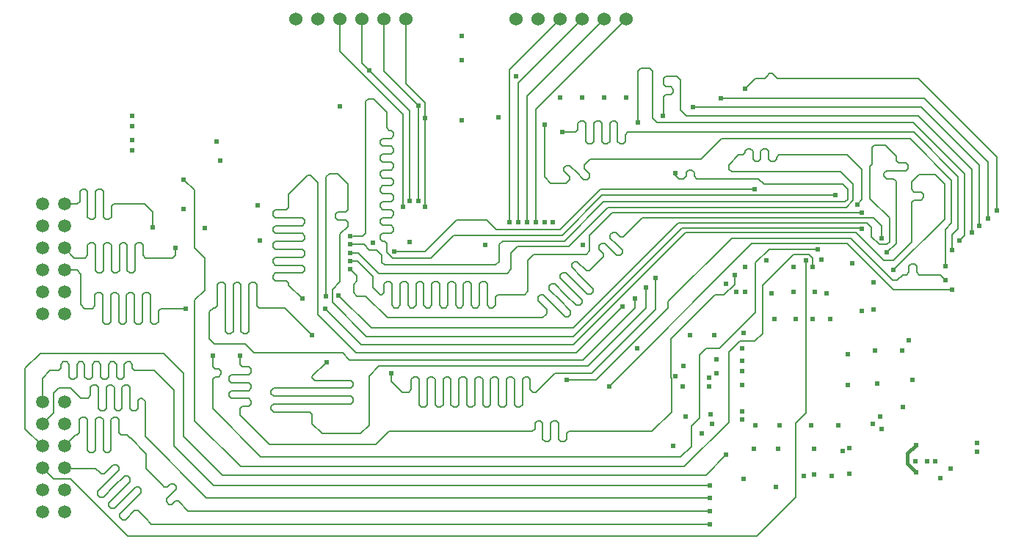
<source format=gtl>
G04 Layer_Physical_Order=1*
G04 Layer_Color=255*
%FSLAX24Y24*%
%MOIN*%
G70*
G01*
G75*
%ADD10C,0.0060*%
%ADD11C,0.0150*%
%ADD12C,0.0591*%
%ADD13C,0.0600*%
%ADD14C,0.0240*%
D10*
X15000Y24550D02*
X17860Y21690D01*
X17860Y17485D02*
X17860Y21690D01*
X18160Y17735D02*
X18160Y21850D01*
X16000Y24010D02*
X18160Y21850D01*
X18574Y17735D02*
X18574Y22073D01*
X17000Y23647D02*
X18574Y22073D01*
X17000Y23647D02*
X17000Y26000D01*
X18000Y23090D02*
X18874Y22216D01*
X18874Y17485D02*
X18874Y22216D01*
X34210Y11720D02*
X34210Y13920D01*
X33850Y11360D02*
X34210Y11720D01*
X33160Y11360D02*
X33850Y11360D01*
X32670Y10870D02*
X33160Y11360D01*
X31626Y5276D02*
X32550Y6200D01*
X9684Y5276D02*
X31626Y5276D01*
X38670Y16520D02*
X38700Y16490D01*
X38040Y15800D02*
X40140Y13700D01*
X42800Y13700D01*
X34210Y13920D02*
X35610Y15320D01*
X36320Y15320D02*
X36487Y15153D01*
X35610Y15320D02*
X36320Y15320D01*
X36487Y14724D02*
X36487Y15153D01*
X33930Y2500D02*
X35700Y4270D01*
X1500Y5600D02*
X2000Y5100D01*
X2500Y5600D02*
X2510Y5590D01*
X35700Y4270D02*
X35700Y7638D01*
X36172Y8110D01*
X36172Y15039D01*
X16000Y24010D02*
X16000Y26000D01*
X18000Y23090D02*
X18000Y26000D01*
X15000Y24550D02*
X15000Y26000D01*
X26850Y26000D02*
X27000Y26000D01*
X23898Y21898D02*
X28000Y26000D01*
X23505Y22505D02*
X27000Y26000D01*
X23111Y23111D02*
X26000Y26000D01*
X710Y7390D02*
X1500Y6600D01*
X32450Y13460D02*
X32940Y13950D01*
X32940Y14380D01*
X30055Y11485D02*
X32030Y13460D01*
X32450Y13460D01*
X33720Y15800D02*
X38040Y15800D01*
X21670Y16880D02*
X22110Y16440D01*
X32670Y7680D02*
X32670Y10870D01*
X30650Y5660D02*
X32670Y7680D01*
X10490Y5660D02*
X30650Y5660D01*
X22110Y16440D02*
X25000Y16440D01*
X26830Y18270D01*
X33830Y18270D01*
X12680Y13920D02*
X13300Y13300D01*
X12680Y13920D02*
X12680Y13992D01*
X12572Y14100D02*
X12680Y13992D01*
X12067Y14100D02*
X12572Y14100D01*
X11959Y14208D02*
X12067Y14100D01*
X11959Y14208D02*
X11959Y14352D01*
X12067Y14460D01*
X12680Y14460D01*
X13293Y14460D01*
X13401Y14568D01*
X13401Y14712D01*
X13293Y14820D02*
X13401Y14712D01*
X12680Y14820D02*
X13293Y14820D01*
X12067Y14820D02*
X12680Y14820D01*
X11959Y14928D02*
X12067Y14820D01*
X11959Y14928D02*
X11959Y15072D01*
X12067Y15180D01*
X12680Y15180D01*
X13293Y15180D01*
X13401Y15288D01*
X13401Y15432D01*
X13293Y15540D02*
X13401Y15432D01*
X12680Y15540D02*
X13293Y15540D01*
X12067Y15540D02*
X12680Y15540D01*
X11959Y15648D02*
X12067Y15540D01*
X11959Y15648D02*
X11959Y15792D01*
X12067Y15900D01*
X12680Y15900D01*
X13293Y15900D01*
X13401Y16008D01*
X13401Y16152D01*
X13293Y16260D02*
X13401Y16152D01*
X12680Y16260D02*
X13293Y16260D01*
X12067Y16260D02*
X12680Y16260D01*
X11959Y16368D02*
X12067Y16260D01*
X11959Y16368D02*
X11959Y16512D01*
X12067Y16620D01*
X12680Y16620D01*
X13293Y16620D01*
X13401Y16728D01*
X13401Y16872D01*
X13293Y16980D02*
X13401Y16872D01*
X12680Y16980D02*
X13293Y16980D01*
X12067Y16980D02*
X12680Y16980D01*
X11959Y17088D02*
X12067Y16980D01*
X11959Y17088D02*
X11959Y17232D01*
X12067Y17340D01*
X12572Y17340D01*
X12680Y17448D01*
X12680Y17840D01*
X12680Y18050D01*
X13530Y18900D01*
X13680Y18900D01*
X15750Y10850D02*
X25750Y10850D01*
X27850Y12950D01*
X13680Y18900D02*
X14010Y18570D01*
X30055Y9697D02*
X30060Y9692D01*
X30055Y9697D02*
X30055Y11485D01*
X17481Y15448D02*
X18888Y15448D01*
X20320Y16880D01*
X21670Y16880D01*
X19140Y15140D02*
X20170Y16170D01*
X17400Y15140D02*
X19140Y15140D01*
X17140Y15400D02*
X17400Y15140D01*
X17140Y15730D02*
X17140Y15802D01*
X17032Y15910D02*
X17140Y15802D01*
X16949Y15910D02*
X17032Y15910D01*
X16841Y16018D02*
X16949Y15910D01*
X16841Y16018D02*
X16841Y16162D01*
X16949Y16270D01*
X17140Y16270D01*
X17331Y16270D01*
X17439Y16378D01*
X17439Y16522D01*
X17331Y16630D02*
X17439Y16522D01*
X17140Y16630D02*
X17331Y16630D01*
X16949Y16630D02*
X17140Y16630D01*
X16841Y16738D02*
X16949Y16630D01*
X16841Y16738D02*
X16841Y16882D01*
X16949Y16990D01*
X17140Y16990D01*
X17331Y16990D01*
X17439Y17098D01*
X17439Y17242D01*
X17331Y17350D02*
X17439Y17242D01*
X17140Y17350D02*
X17331Y17350D01*
X16949Y17350D02*
X17140Y17350D01*
X16841Y17458D02*
X16949Y17350D01*
X16841Y17458D02*
X16841Y17602D01*
X16949Y17710D01*
X17140Y17710D01*
X17331Y17710D01*
X17439Y17818D01*
X17439Y17962D01*
X17331Y18070D02*
X17439Y17962D01*
X17140Y18070D02*
X17331Y18070D01*
X16949Y18070D02*
X17140Y18070D01*
X16841Y18178D02*
X16949Y18070D01*
X16841Y18178D02*
X16841Y18322D01*
X16949Y18430D01*
X17140Y18430D01*
X17331Y18430D01*
X17439Y18538D01*
X17439Y18682D01*
X17331Y18790D02*
X17439Y18682D01*
X17140Y18790D02*
X17331Y18790D01*
X16949Y18790D02*
X17140Y18790D01*
X16841Y18898D02*
X16949Y18790D01*
X16841Y18898D02*
X16841Y19042D01*
X16949Y19150D01*
X17140Y19150D01*
X17331Y19150D01*
X17439Y19258D01*
X17439Y19402D01*
X17331Y19510D02*
X17439Y19402D01*
X17140Y19510D02*
X17331Y19510D01*
X16949Y19510D02*
X17140Y19510D01*
X16841Y19618D02*
X16949Y19510D01*
X16841Y19618D02*
X16841Y19762D01*
X16949Y19870D01*
X17140Y19870D01*
X17331Y19870D01*
X17439Y19978D01*
X17439Y20122D01*
X17331Y20230D02*
X17439Y20122D01*
X17140Y20230D02*
X17331Y20230D01*
X16949Y20230D02*
X17140Y20230D01*
X16841Y20338D02*
X16949Y20230D01*
X16841Y20338D02*
X16841Y20482D01*
X16949Y20590D01*
X17140Y20590D01*
X17331Y20590D01*
X17439Y20698D01*
X17439Y20842D01*
X17331Y20950D02*
X17439Y20842D01*
X17248Y20950D02*
X17331Y20950D01*
X17140Y21058D02*
X17248Y20950D01*
X17140Y21058D02*
X17140Y21790D01*
X17140Y15400D02*
X17140Y15730D01*
X16550Y22380D02*
X17140Y21790D01*
X16290Y22380D02*
X16550Y22380D01*
X16170Y22260D02*
X16290Y22380D01*
X16170Y16280D02*
X16170Y22260D01*
X16040Y16150D02*
X16170Y16280D01*
X15600Y16150D02*
X16040Y16150D01*
X20170Y16170D02*
X25090Y16170D01*
X26920Y18000D01*
X37511Y18000D01*
X15840Y15390D02*
X16780Y14450D01*
X22590Y14450D01*
X22780Y14640D01*
X22780Y15360D01*
X23080Y15660D01*
X25390Y15660D01*
X27180Y17450D01*
X37990Y17450D01*
X38300Y17760D01*
X38300Y18510D01*
X32660Y19190D02*
X32660Y19390D01*
X33100Y19830D01*
X33220Y19830D02*
X33292Y19830D01*
X33400Y19938D01*
X33400Y20006D01*
X33508Y20114D01*
X33652Y20114D01*
X33760Y20006D01*
X33760Y19830D02*
X33760Y20006D01*
X33760Y19654D02*
X33760Y19830D01*
X33760Y19654D02*
X33868Y19546D01*
X34012Y19546D01*
X34120Y19654D01*
X34120Y19830D01*
X34120Y20006D01*
X34228Y20114D01*
X34372Y20114D01*
X34480Y20006D01*
X34480Y19830D02*
X34480Y20006D01*
X34480Y19654D02*
X34480Y19830D01*
X34480Y19654D02*
X34588Y19546D01*
X34732Y19546D01*
X34840Y19654D01*
X34840Y19722D01*
X34948Y19830D01*
X37030Y19830D01*
X33100Y19830D02*
X33220Y19830D01*
X37030Y19830D02*
X37480Y19830D01*
X38050Y19830D01*
X38720Y19160D01*
X38720Y17820D02*
X38720Y19160D01*
X38490Y17590D02*
X38720Y17820D01*
X15480Y15390D02*
X15840Y15390D01*
X15480Y15010D02*
X15800Y15010D01*
X16497Y14313D01*
X16497Y13823D02*
X16497Y14313D01*
X16497Y13823D02*
X16840Y13480D01*
X16912Y13480D01*
X17020Y13588D01*
X17020Y13962D01*
X17128Y14070D01*
X17272Y14070D01*
X17380Y13962D01*
X17380Y13480D02*
X17380Y13962D01*
X17380Y12998D02*
X17380Y13480D01*
X17380Y12998D02*
X17488Y12890D01*
X17632Y12890D01*
X17740Y12998D01*
X17740Y13480D01*
X17740Y13962D01*
X17848Y14070D01*
X17992Y14070D01*
X18100Y13962D01*
X18100Y13480D02*
X18100Y13962D01*
X18100Y12998D02*
X18100Y13480D01*
X18100Y12998D02*
X18208Y12890D01*
X18352Y12890D01*
X18460Y12998D01*
X18460Y13480D01*
X18460Y13962D01*
X18568Y14070D01*
X18712Y14070D01*
X18820Y13962D01*
X18820Y13480D02*
X18820Y13962D01*
X18820Y12998D02*
X18820Y13480D01*
X18820Y12998D02*
X18928Y12890D01*
X19072Y12890D01*
X19180Y12998D01*
X19180Y13480D01*
X19180Y13962D01*
X19288Y14070D01*
X19432Y14070D01*
X19540Y13962D01*
X19540Y13480D02*
X19540Y13962D01*
X19540Y12998D02*
X19540Y13480D01*
X19540Y12998D02*
X19648Y12890D01*
X19792Y12890D01*
X19900Y12998D01*
X19900Y13480D01*
X19900Y13962D01*
X20008Y14070D01*
X20152Y14070D01*
X20260Y13962D01*
X20260Y13480D02*
X20260Y13962D01*
X20260Y12998D02*
X20260Y13480D01*
X20260Y12998D02*
X20368Y12890D01*
X20512Y12890D01*
X20620Y12998D01*
X20620Y13480D01*
X20620Y13962D01*
X20728Y14070D01*
X20872Y14070D01*
X20980Y13962D01*
X20980Y13480D02*
X20980Y13962D01*
X20980Y12998D02*
X20980Y13480D01*
X20980Y12998D02*
X21088Y12890D01*
X21232Y12890D01*
X21340Y12998D01*
X21340Y13480D01*
X21340Y13962D01*
X21448Y14070D01*
X21592Y14070D01*
X21700Y13962D01*
X21700Y13480D02*
X21700Y13962D01*
X21700Y12998D02*
X21700Y13480D01*
X21700Y12998D02*
X21808Y12890D01*
X21952Y12890D01*
X22060Y12998D01*
X22060Y13372D01*
X22168Y13480D01*
X23400Y13480D01*
X23550Y13630D01*
X23550Y15055D01*
X23805Y15310D01*
X26190Y15310D01*
X26350Y15470D01*
X26350Y16170D01*
X27380Y17200D01*
X38700Y17200D01*
X15480Y14630D02*
X15780Y14330D01*
X15780Y14097D02*
X15780Y14330D01*
X15630Y13947D02*
X15780Y14097D01*
X15630Y13570D02*
X15630Y13947D01*
X15630Y13570D02*
X15780Y13420D01*
X16170Y13420D01*
X17160Y12430D01*
X24200Y12430D01*
X24360Y12590D02*
X24411Y12641D01*
X24411Y12794D02*
X24411Y12641D01*
X23998Y13207D02*
X24411Y12794D01*
X23998Y13207D02*
X23998Y13359D01*
X24100Y13461D01*
X24253Y13461D01*
X24742Y12972D01*
X25231Y12483D01*
X25384Y12483D01*
X25486Y12584D01*
X25486Y12737D01*
X24996Y13226D02*
X25486Y12737D01*
X24507Y13716D02*
X24996Y13226D01*
X24507Y13716D02*
X24507Y13868D01*
X24609Y13970D01*
X24762Y13970D01*
X25251Y13481D01*
X25740Y12992D01*
X25893Y12992D01*
X25995Y13093D01*
X25995Y13246D01*
X25506Y13736D02*
X25995Y13246D01*
X25016Y14225D02*
X25506Y13736D01*
X25016Y14225D02*
X25016Y14378D01*
X25118Y14479D01*
X25271Y14479D01*
X25760Y13990D01*
X26249Y13501D01*
X26402Y13501D01*
X26504Y13603D01*
X26504Y13755D01*
X26015Y14245D02*
X26504Y13755D01*
X25525Y14734D02*
X26015Y14245D01*
X25525Y14734D02*
X25525Y14887D01*
X25627Y14989D01*
X25780Y14989D01*
X26193Y14576D01*
X26346Y14576D01*
X26380Y14610D01*
X24200Y12430D02*
X24360Y12590D01*
X26921Y15151D02*
X26972Y15202D01*
X26972Y15355D01*
X26779Y15548D02*
X26972Y15355D01*
X26779Y15548D02*
X26779Y15701D01*
X26881Y15803D01*
X27034Y15803D01*
X27303Y15533D01*
X27573Y15264D01*
X27725Y15264D01*
X27827Y15365D01*
X27827Y15518D01*
X27558Y15788D02*
X27827Y15518D01*
X27288Y16057D02*
X27558Y15788D01*
X27288Y16057D02*
X27288Y16210D01*
X27390Y16312D01*
X27543Y16312D01*
X27736Y16119D01*
X27889Y16119D01*
X28730Y16960D01*
X26380Y14610D02*
X26921Y15151D01*
X28730Y16960D02*
X39240Y16960D01*
X39600Y16600D01*
X39600Y16050D02*
X39600Y16600D01*
X14010Y12590D02*
X14010Y18570D01*
X14010Y12590D02*
X15750Y10850D01*
X39850Y15400D02*
X40260Y15810D01*
X40260Y19582D02*
X40260Y19654D01*
X40260Y19582D02*
X40368Y19474D01*
X40696Y19474D01*
X40804Y19366D01*
X40804Y19222D02*
X40804Y19366D01*
X40696Y19114D02*
X40804Y19222D01*
X40260Y19114D02*
X40696Y19114D01*
X39824Y19114D02*
X40260Y19114D01*
X39716Y19006D02*
X39824Y19114D01*
X39716Y18862D02*
X39716Y19006D01*
X39716Y18862D02*
X39824Y18754D01*
X40152Y18754D01*
X40260Y18646D01*
X40260Y17950D02*
X40260Y18646D01*
X40260Y15810D02*
X40260Y17950D01*
X40260Y19654D02*
X40260Y19790D01*
X39770Y20280D02*
X40260Y19790D01*
X39270Y20280D02*
X39770Y20280D01*
X39170Y20180D02*
X39270Y20280D01*
X39170Y19400D02*
X39170Y20180D01*
X39070Y19300D02*
X39170Y19400D01*
X39070Y17850D02*
X39070Y19300D01*
X39070Y17850D02*
X39960Y16960D01*
X39960Y15890D02*
X39960Y16960D01*
X39830Y15760D02*
X39960Y15890D01*
X39490Y15760D02*
X39830Y15760D01*
X39150Y16100D02*
X39490Y15760D01*
X39150Y16100D02*
X39150Y16550D01*
X38950Y16750D02*
X39150Y16550D01*
X30370Y16750D02*
X38950Y16750D01*
X25590Y11970D02*
X30370Y16750D01*
X16430Y11970D02*
X25590Y11970D01*
X14950Y13450D02*
X16430Y11970D01*
X14350Y12850D02*
X15980Y11220D01*
X25610Y11220D01*
X30690Y16300D01*
X38448Y16300D01*
X39708Y15040D01*
X40130Y15040D01*
X40970Y15880D01*
X40970Y18258D02*
X40970Y18330D01*
X40970Y18258D02*
X41078Y18150D01*
X41397Y18150D01*
X41505Y18042D01*
X41505Y17898D02*
X41505Y18042D01*
X41397Y17790D02*
X41505Y17898D01*
X41078Y17790D02*
X41397Y17790D01*
X40970Y17682D02*
X41078Y17790D01*
X40970Y17150D02*
X40970Y17682D01*
X40970Y15880D02*
X40970Y17150D01*
X40970Y18330D02*
X40970Y18600D01*
X41300Y18930D01*
X42040Y18930D01*
X42470Y18500D01*
X42470Y16918D02*
X42470Y18500D01*
X40150Y14598D02*
X42470Y16918D01*
X29920Y13160D02*
X32810Y16050D01*
X38200Y16050D01*
X40100Y14150D01*
X40320Y14150D01*
X40560Y14390D01*
X40660Y14390D02*
X40732Y14390D01*
X40840Y14498D01*
X40840Y14778D01*
X40948Y14886D01*
X41092Y14886D01*
X41200Y14778D01*
X41200Y14498D02*
X41200Y14778D01*
X41200Y14498D02*
X41308Y14390D01*
X42060Y14390D01*
X40560Y14390D02*
X40660Y14390D01*
X42060Y14390D02*
X42260Y14390D01*
X42500Y14150D01*
X29920Y12890D02*
X29920Y13160D01*
X27240Y9320D02*
X33720Y15800D01*
X26640Y9610D02*
X29920Y12890D01*
X25320Y9610D02*
X26640Y9610D01*
X17350Y9530D02*
X17350Y9900D01*
X17350Y9530D02*
X17830Y9050D01*
X18070Y9050D02*
X18142Y9050D01*
X18250Y9158D01*
X18250Y9625D01*
X18358Y9733D01*
X18502Y9733D01*
X18610Y9625D01*
X18610Y9050D02*
X18610Y9625D01*
X18610Y8475D02*
X18610Y9050D01*
X18610Y8475D02*
X18718Y8367D01*
X18862Y8367D01*
X18970Y8475D01*
X18970Y9050D01*
X18970Y9625D01*
X19078Y9733D01*
X19222Y9733D01*
X19330Y9625D01*
X19330Y9050D02*
X19330Y9625D01*
X19330Y8475D02*
X19330Y9050D01*
X19330Y8475D02*
X19438Y8367D01*
X19582Y8367D01*
X19690Y8475D01*
X19690Y9050D01*
X19690Y9625D01*
X19798Y9733D01*
X19942Y9733D01*
X20050Y9625D01*
X20050Y9050D02*
X20050Y9625D01*
X20050Y8475D02*
X20050Y9050D01*
X20050Y8475D02*
X20158Y8367D01*
X20302Y8367D01*
X20410Y8475D01*
X20410Y9050D01*
X20410Y9625D01*
X20518Y9733D01*
X20662Y9733D01*
X20770Y9625D01*
X20770Y9050D02*
X20770Y9625D01*
X20770Y8475D02*
X20770Y9050D01*
X20770Y8475D02*
X20878Y8367D01*
X21022Y8367D01*
X21130Y8475D01*
X21130Y9050D01*
X21130Y9625D01*
X21238Y9733D01*
X21382Y9733D01*
X21490Y9625D01*
X21490Y9050D02*
X21490Y9625D01*
X21490Y8475D02*
X21490Y9050D01*
X21490Y8475D02*
X21598Y8367D01*
X21742Y8367D01*
X21850Y8475D01*
X21850Y9050D01*
X21850Y9625D01*
X21958Y9733D01*
X22102Y9733D01*
X22210Y9625D01*
X22210Y9050D02*
X22210Y9625D01*
X22210Y8475D02*
X22210Y9050D01*
X22210Y8475D02*
X22318Y8367D01*
X22462Y8367D01*
X22570Y8475D01*
X22570Y9050D01*
X22570Y9625D01*
X22678Y9733D01*
X22822Y9733D01*
X22930Y9625D01*
X22930Y9050D02*
X22930Y9625D01*
X22930Y8475D02*
X22930Y9050D01*
X22930Y8475D02*
X23038Y8367D01*
X23182Y8367D01*
X23290Y8475D01*
X23290Y9050D01*
X23290Y9625D01*
X23398Y9733D01*
X23542Y9733D01*
X23650Y9625D01*
X23650Y9158D02*
X23650Y9625D01*
X23650Y9158D02*
X23758Y9050D01*
X23920Y9050D01*
X17830Y9050D02*
X18070Y9050D01*
X23920Y9050D02*
X24770Y9900D01*
X26450Y9900D01*
X29350Y12800D01*
X29350Y14250D01*
X28900Y12880D02*
X28900Y13800D01*
X26256Y10236D02*
X28900Y12880D01*
X16780Y10236D02*
X26256Y10236D01*
X16330Y9786D02*
X16780Y10236D01*
X16330Y7550D02*
X16330Y9786D01*
X15950Y7170D02*
X16330Y7550D01*
X14200Y7170D02*
X15950Y7170D01*
X13750Y7620D02*
X14200Y7170D01*
X13750Y9698D02*
X13750Y9770D01*
X13750Y9698D02*
X13858Y9590D01*
X15507Y9590D01*
X15615Y9482D01*
X15615Y9338D02*
X15615Y9482D01*
X15507Y9230D02*
X15615Y9338D01*
X13750Y9230D02*
X15507Y9230D01*
X11993Y9230D02*
X13750Y9230D01*
X11885Y9122D02*
X11993Y9230D01*
X11885Y8978D02*
X11885Y9122D01*
X11885Y8978D02*
X11993Y8870D01*
X13750Y8870D01*
X15507Y8870D01*
X15615Y8762D01*
X15615Y8618D02*
X15615Y8762D01*
X15507Y8510D02*
X15615Y8618D01*
X13750Y8510D02*
X15507Y8510D01*
X11993Y8510D02*
X13750Y8510D01*
X11885Y8402D02*
X11993Y8510D01*
X11885Y8258D02*
X11885Y8402D01*
X11885Y8258D02*
X11993Y8150D01*
X13642Y8150D01*
X13750Y8042D01*
X13750Y7990D02*
X13750Y8042D01*
X13750Y7620D02*
X13750Y7990D01*
X13750Y9770D02*
X14395Y10415D01*
X28400Y12880D02*
X28400Y13300D01*
X26040Y10520D02*
X28400Y12880D01*
X15440Y10520D02*
X26040Y10520D01*
X15130Y10830D02*
X15440Y10520D01*
X11100Y10830D02*
X15130Y10830D01*
X10690Y11240D02*
X11100Y10830D01*
X9300Y11240D02*
X10690Y11240D01*
X9080Y11460D02*
X9300Y11240D01*
X9080Y11460D02*
X9080Y12700D01*
X9260Y12880D01*
X9332Y12880D01*
X9440Y12988D01*
X9440Y13937D01*
X9548Y14045D01*
X9692Y14045D01*
X9800Y13937D01*
X9800Y12880D02*
X9800Y13937D01*
X9800Y11823D02*
X9800Y12880D01*
X9800Y11823D02*
X9908Y11715D01*
X10052Y11715D01*
X10160Y11823D01*
X10160Y12880D01*
X10160Y13937D01*
X10268Y14045D01*
X10412Y14045D01*
X10520Y13937D01*
X10520Y12880D02*
X10520Y13937D01*
X10520Y11823D02*
X10520Y12880D01*
X10520Y11823D02*
X10628Y11715D01*
X10772Y11715D01*
X10880Y11823D01*
X10880Y12880D01*
X10880Y13937D01*
X10988Y14045D01*
X11132Y14045D01*
X11240Y13937D01*
X11240Y12988D02*
X11240Y13937D01*
X11240Y12988D02*
X11348Y12880D01*
X12370Y12880D01*
X12510Y12880D01*
X13750Y11640D01*
X34490Y15550D02*
X36696Y15550D01*
X33880Y14940D02*
X34490Y15550D01*
X33880Y12680D02*
X33880Y14940D01*
X32250Y11050D02*
X33880Y12680D01*
X31640Y11050D02*
X32250Y11050D01*
X31330Y10740D02*
X31640Y11050D01*
X31330Y7870D02*
X31330Y10740D01*
X30960Y7500D02*
X31330Y7870D01*
X30960Y6590D02*
X30960Y7500D01*
X30480Y6110D02*
X30960Y6590D01*
X11420Y6110D02*
X30480Y6110D01*
X9230Y8300D02*
X11420Y6110D01*
X9230Y10218D02*
X9230Y10290D01*
X9230Y10218D02*
X9338Y10110D01*
X9514Y10110D01*
X9622Y10002D01*
X9622Y9858D02*
X9622Y10002D01*
X9514Y9750D02*
X9622Y9858D01*
X9338Y9750D02*
X9514Y9750D01*
X9230Y9642D02*
X9338Y9750D01*
X9230Y9010D02*
X9230Y9642D01*
X9230Y8300D02*
X9230Y9010D01*
X9230Y10290D02*
X9230Y10710D01*
X10480Y10308D02*
X10480Y10380D01*
X10480Y10308D02*
X10588Y10200D01*
X10872Y10200D01*
X10980Y10092D01*
X10980Y9948D02*
X10980Y10092D01*
X10872Y9840D02*
X10980Y9948D01*
X10480Y9840D02*
X10872Y9840D01*
X10088Y9840D02*
X10480Y9840D01*
X9980Y9732D02*
X10088Y9840D01*
X9980Y9588D02*
X9980Y9732D01*
X9980Y9588D02*
X10088Y9480D01*
X10480Y9480D01*
X10872Y9480D01*
X10980Y9372D01*
X10980Y9228D02*
X10980Y9372D01*
X10872Y9120D02*
X10980Y9228D01*
X10480Y9120D02*
X10872Y9120D01*
X10088Y9120D02*
X10480Y9120D01*
X9980Y9012D02*
X10088Y9120D01*
X9980Y8868D02*
X9980Y9012D01*
X9980Y8868D02*
X10088Y8760D01*
X10480Y8760D01*
X10872Y8760D01*
X10980Y8652D01*
X10980Y8508D02*
X10980Y8652D01*
X10872Y8400D02*
X10980Y8508D01*
X10588Y8400D02*
X10872Y8400D01*
X10480Y8292D02*
X10588Y8400D01*
X10480Y8120D02*
X10480Y8292D01*
X10480Y10380D02*
X10480Y10710D01*
X10480Y8010D02*
X10480Y8120D01*
X10480Y8010D02*
X11820Y6670D01*
X16650Y6670D01*
X17250Y7270D01*
X23680Y7270D02*
X23752Y7270D01*
X23860Y7378D01*
X23860Y7626D01*
X23968Y7734D01*
X24112Y7734D01*
X24220Y7626D01*
X24220Y7270D02*
X24220Y7626D01*
X24220Y6914D02*
X24220Y7270D01*
X24220Y6914D02*
X24328Y6806D01*
X24472Y6806D01*
X24580Y6914D01*
X24580Y7270D01*
X24580Y7626D01*
X24688Y7734D01*
X24832Y7734D01*
X24940Y7626D01*
X24940Y7270D02*
X24940Y7626D01*
X24940Y6914D02*
X24940Y7270D01*
X24940Y6914D02*
X25048Y6806D01*
X25192Y6806D01*
X25300Y6914D01*
X25300Y7162D01*
X25408Y7270D01*
X29180Y7270D01*
X17250Y7270D02*
X23680Y7270D01*
X29180Y7270D02*
X30060Y8150D01*
X30060Y9692D01*
X37750Y19060D02*
X38300Y18510D01*
X32790Y19060D02*
X37750Y19060D01*
X32660Y19190D02*
X32790Y19060D01*
X30250Y18920D02*
X30250Y19000D01*
X30250Y18920D02*
X30420Y18750D01*
X30550Y18750D02*
X30622Y18750D01*
X30730Y18858D01*
X30730Y19025D01*
X30838Y19133D01*
X30982Y19133D01*
X31090Y19025D01*
X31090Y18858D02*
X31090Y19025D01*
X31090Y18858D02*
X31198Y18750D01*
X32320Y18750D01*
X30420Y18750D02*
X30550Y18750D01*
X32320Y18750D02*
X34010Y18750D01*
X34260Y18500D01*
X36550Y18500D01*
X37850Y18500D01*
X38062Y18288D01*
X38062Y17812D02*
X38062Y18288D01*
X37950Y17700D02*
X38062Y17812D01*
X26980Y17700D02*
X37950Y17700D01*
X25200Y15920D02*
X26980Y17700D01*
X22390Y15920D02*
X25200Y15920D01*
X22240Y15770D02*
X22390Y15920D01*
X22240Y14989D02*
X22240Y15770D01*
X22081Y14830D02*
X22240Y14989D01*
X17040Y14830D02*
X22081Y14830D01*
X16920Y14950D02*
X17040Y14830D01*
X16920Y14950D02*
X16920Y15270D01*
X16670Y15520D02*
X16920Y15270D01*
X16350Y15520D02*
X16670Y15520D01*
X16100Y15770D02*
X16350Y15520D01*
X15480Y15770D02*
X16100Y15770D01*
X23111Y16775D02*
X23111Y23111D01*
X23505Y16775D02*
X23505Y22505D01*
X23898Y16775D02*
X23898Y21898D01*
X22717Y16775D02*
X22717Y23717D01*
X25000Y26000D01*
X24292Y18828D02*
X24292Y21210D01*
X24292Y18828D02*
X24580Y18540D01*
X25270Y18540D01*
X25380Y18650D02*
X25431Y18701D01*
X25431Y18854D02*
X25431Y18701D01*
X25184Y19101D02*
X25431Y18854D01*
X25184Y19101D02*
X25184Y19253D01*
X25286Y19355D01*
X25439Y19355D01*
X25762Y19032D01*
X26085Y18709D01*
X26238Y18709D01*
X26340Y18810D01*
X26340Y18963D01*
X26093Y19210D02*
X26340Y18963D01*
X26093Y19363D02*
X26093Y19210D01*
X26093Y19363D02*
X26365Y19635D01*
X25270Y18540D02*
X25380Y18650D01*
X32330Y20560D02*
X40900Y20560D01*
X42780Y18680D01*
X42780Y16730D02*
X42780Y18680D01*
X42500Y16450D02*
X42780Y16730D01*
X42500Y14780D02*
X42500Y16450D01*
X26365Y19635D02*
X31405Y19635D01*
X32330Y20560D01*
X43150Y15950D02*
X43370Y16170D01*
X43370Y18980D01*
X41045Y21305D02*
X43370Y18980D01*
X29407Y21305D02*
X41045Y21305D01*
X29220Y21492D02*
X29407Y21305D01*
X28545Y21305D02*
X28545Y23632D01*
X28683Y23770D01*
X29080Y23770D01*
X29220Y23630D01*
X29220Y21492D02*
X29220Y23630D01*
X29681Y21601D02*
X29700Y21620D01*
X44050Y16600D02*
X44050Y19370D01*
X41420Y22000D02*
X44050Y19370D01*
X31050Y22000D02*
X41420Y22000D01*
X29700Y23038D02*
X29700Y23110D01*
X29700Y23038D02*
X29808Y22930D01*
X30038Y22930D01*
X30146Y22822D01*
X30146Y22678D02*
X30146Y22822D01*
X30038Y22570D02*
X30146Y22678D01*
X29808Y22570D02*
X30038Y22570D01*
X29700Y22462D02*
X29808Y22570D01*
X29700Y22070D02*
X29700Y22462D01*
X29700Y21620D02*
X29700Y22070D01*
X29700Y23110D02*
X29700Y23310D01*
X29800Y23410D01*
X30310Y23410D01*
X30480Y23240D01*
X30480Y21870D02*
X30480Y23240D01*
X30480Y21870D02*
X30749Y21601D01*
X41279Y21601D01*
X43700Y19180D01*
X43700Y16300D02*
X43700Y19180D01*
X44450Y16950D02*
X44450Y19500D01*
X41550Y22400D02*
X44450Y19500D01*
X32300Y22400D02*
X41550Y22400D01*
X33417Y22830D02*
X33887Y23300D01*
X34220Y23300D02*
X34292Y23300D01*
X34400Y23408D01*
X34400Y23423D01*
X34508Y23531D01*
X34652Y23531D01*
X34760Y23423D01*
X34760Y23408D02*
X34760Y23423D01*
X34760Y23408D02*
X34868Y23300D01*
X35080Y23300D01*
X33887Y23300D02*
X34220Y23300D01*
X35080Y23300D02*
X41280Y23300D01*
X44850Y19730D01*
X44850Y17300D02*
X44850Y19730D01*
X25100Y20860D02*
X25640Y20860D01*
X25712Y20860D01*
X25820Y20968D01*
X25820Y21268D01*
X25928Y21376D01*
X26072Y21376D01*
X26180Y21268D01*
X26180Y20860D02*
X26180Y21268D01*
X26180Y20452D02*
X26180Y20860D01*
X26180Y20452D02*
X26288Y20344D01*
X26432Y20344D01*
X26540Y20452D01*
X26540Y20860D01*
X26540Y21268D01*
X26648Y21376D01*
X26792Y21376D01*
X26900Y21268D01*
X26900Y20860D02*
X26900Y21268D01*
X26900Y20452D02*
X26900Y20860D01*
X26900Y20452D02*
X27008Y20344D01*
X27152Y20344D01*
X27260Y20452D01*
X27260Y20860D01*
X27260Y21268D01*
X27368Y21376D01*
X27512Y21376D01*
X27620Y21268D01*
X27620Y20860D02*
X27620Y21268D01*
X27620Y20452D02*
X27620Y20860D01*
X27620Y20452D02*
X27728Y20344D01*
X27872Y20344D01*
X27980Y20452D01*
X27980Y20752D01*
X28088Y20860D01*
X28400Y20860D01*
X41060Y20860D01*
X43070Y18850D01*
X43070Y16480D02*
X43070Y18850D01*
X42800Y16210D02*
X43070Y16480D01*
X42800Y15500D02*
X42800Y16210D01*
X30530Y16520D02*
X38670Y16520D01*
X25600Y11590D02*
X30530Y16520D01*
X16210Y11590D02*
X25600Y11590D01*
X14660Y13140D02*
X16210Y11590D01*
X14660Y13140D02*
X14660Y13710D01*
X15010Y14060D01*
X15010Y16230D01*
X15370Y16590D01*
X15370Y16700D02*
X15370Y16772D01*
X15262Y16880D02*
X15370Y16772D01*
X14918Y16880D02*
X15262Y16880D01*
X14810Y16988D02*
X14918Y16880D01*
X14810Y16988D02*
X14810Y17132D01*
X14918Y17240D01*
X15262Y17240D01*
X15370Y17348D01*
X15370Y18160D01*
X15370Y16590D02*
X15370Y16700D01*
X15370Y18160D02*
X15370Y18510D01*
X14890Y18990D02*
X15370Y18510D01*
X14530Y18990D02*
X14890Y18990D01*
X14380Y18840D02*
X14530Y18990D01*
X14380Y13420D02*
X14380Y18840D01*
X8400Y7750D02*
X10490Y5660D01*
X7920Y18710D02*
X8400Y18230D01*
X3010Y17600D02*
X3082Y17600D01*
X3190Y17708D01*
X3190Y18178D01*
X3298Y18286D01*
X3442Y18286D01*
X3550Y18178D01*
X3550Y17600D02*
X3550Y18178D01*
X3550Y17022D02*
X3550Y17600D01*
X3550Y17022D02*
X3658Y16914D01*
X3802Y16914D01*
X3910Y17022D01*
X3910Y17600D01*
X3910Y18178D01*
X4018Y18286D01*
X4162Y18286D01*
X4270Y18178D01*
X4270Y17600D02*
X4270Y18178D01*
X4270Y17022D02*
X4270Y17600D01*
X4270Y17022D02*
X4378Y16914D01*
X4522Y16914D01*
X4630Y17022D01*
X4630Y17492D01*
X4738Y17600D01*
X5840Y17600D01*
X2500Y17600D02*
X3010Y17600D01*
X5840Y17600D02*
X6150Y17600D01*
X6520Y17230D01*
X6520Y16540D02*
X6520Y17230D01*
X8400Y15610D02*
X8400Y18230D01*
X8400Y7750D02*
X8400Y13230D01*
X8860Y13690D01*
X8860Y15150D01*
X8400Y15610D02*
X8860Y15150D01*
X2500Y15600D02*
X2950Y15150D01*
X3370Y15150D02*
X3442Y15150D01*
X3550Y15258D01*
X3550Y15728D01*
X3658Y15836D01*
X3802Y15836D01*
X3910Y15728D01*
X3910Y15150D02*
X3910Y15728D01*
X3910Y14572D02*
X3910Y15150D01*
X3910Y14572D02*
X4018Y14464D01*
X4162Y14464D01*
X4270Y14572D01*
X4270Y15150D01*
X4270Y15728D01*
X4378Y15836D01*
X4522Y15836D01*
X4630Y15728D01*
X4630Y15150D02*
X4630Y15728D01*
X4630Y14572D02*
X4630Y15150D01*
X4630Y14572D02*
X4738Y14464D01*
X4882Y14464D01*
X4990Y14572D01*
X4990Y15150D01*
X4990Y15728D01*
X5098Y15836D01*
X5242Y15836D01*
X5350Y15728D01*
X5350Y15150D02*
X5350Y15728D01*
X5350Y14572D02*
X5350Y15150D01*
X5350Y14572D02*
X5458Y14464D01*
X5602Y14464D01*
X5710Y14572D01*
X5710Y15150D01*
X5710Y15728D01*
X5818Y15836D01*
X5962Y15836D01*
X6070Y15728D01*
X6070Y15258D02*
X6070Y15728D01*
X6070Y15258D02*
X6178Y15150D01*
X7190Y15150D01*
X2950Y15150D02*
X3370Y15150D01*
X7190Y15150D02*
X7410Y15150D01*
X7550Y15290D01*
X7550Y15600D01*
X2500Y14600D02*
X3060Y14600D01*
X3240Y14420D01*
X3240Y13030D02*
X3240Y14420D01*
X3240Y13030D02*
X3417Y12853D01*
X3700Y12853D02*
X3772Y12853D01*
X3880Y12961D01*
X3880Y13470D01*
X3988Y13578D01*
X4132Y13578D01*
X4240Y13470D01*
X4240Y12853D02*
X4240Y13470D01*
X4240Y12236D02*
X4240Y12853D01*
X4240Y12236D02*
X4348Y12128D01*
X4492Y12128D01*
X4600Y12236D01*
X4600Y12853D01*
X4600Y13470D01*
X4708Y13578D01*
X4852Y13578D01*
X4960Y13470D01*
X4960Y12853D02*
X4960Y13470D01*
X4960Y12236D02*
X4960Y12853D01*
X4960Y12236D02*
X5068Y12128D01*
X5212Y12128D01*
X5320Y12236D01*
X5320Y12853D01*
X5320Y13470D01*
X5428Y13578D01*
X5572Y13578D01*
X5680Y13470D01*
X5680Y12853D02*
X5680Y13470D01*
X5680Y12236D02*
X5680Y12853D01*
X5680Y12236D02*
X5788Y12128D01*
X5932Y12128D01*
X6040Y12236D01*
X6040Y12853D01*
X6040Y13470D01*
X6148Y13578D01*
X6292Y13578D01*
X6400Y13470D01*
X6400Y12853D02*
X6400Y13470D01*
X6400Y12236D02*
X6400Y12853D01*
X6400Y12236D02*
X6508Y12128D01*
X6652Y12128D01*
X6760Y12236D01*
X6760Y12745D01*
X6868Y12853D01*
X7590Y12853D01*
X3417Y12853D02*
X3700Y12853D01*
X7590Y12853D02*
X8000Y12853D01*
X2000Y5100D02*
X2770Y5100D01*
X5370Y2500D01*
X33930Y2500D01*
X2510Y5590D02*
X3910Y5590D01*
X4105Y5395D02*
X4156Y5344D01*
X4309Y5344D01*
X4716Y5751D01*
X4868Y5751D01*
X4970Y5649D01*
X4970Y5497D02*
X4970Y5649D01*
X4487Y5013D02*
X4970Y5497D01*
X4003Y4530D02*
X4487Y5013D01*
X4003Y4377D02*
X4003Y4530D01*
X4003Y4377D02*
X4105Y4275D01*
X4258Y4275D01*
X4741Y4759D01*
X5225Y5242D01*
X5378Y5242D01*
X5479Y5140D01*
X5479Y4987D02*
X5479Y5140D01*
X4996Y4504D02*
X5479Y4987D01*
X4513Y4021D02*
X4996Y4504D01*
X4513Y3868D02*
X4513Y4021D01*
X4513Y3868D02*
X4614Y3766D01*
X4767Y3766D01*
X5251Y4249D01*
X5734Y4733D01*
X5887Y4733D01*
X5988Y4631D01*
X5988Y4478D02*
X5988Y4631D01*
X5505Y3995D02*
X5988Y4478D01*
X5022Y3512D02*
X5505Y3995D01*
X5022Y3359D02*
X5022Y3512D01*
X5022Y3359D02*
X5124Y3257D01*
X5276Y3257D01*
X5683Y3664D01*
X5836Y3664D01*
X6170Y3330D01*
X3910Y5590D02*
X4105Y5395D01*
X6170Y3330D02*
X6450Y3050D01*
X31800Y3050D01*
X710Y7390D02*
X710Y10140D01*
X1390Y10820D01*
X7920Y7040D02*
X9684Y5276D01*
X1390Y10820D02*
X7010Y10820D01*
X7920Y9910D01*
X7920Y7040D02*
X7920Y9910D01*
X1500Y8600D02*
X1500Y9680D01*
X1850Y10030D01*
X2160Y10030D02*
X2232Y10030D01*
X2340Y10138D01*
X2340Y10322D01*
X2448Y10430D01*
X2592Y10430D01*
X2700Y10322D01*
X2700Y10030D02*
X2700Y10322D01*
X2700Y9738D02*
X2700Y10030D01*
X2700Y9738D02*
X2808Y9630D01*
X2952Y9630D01*
X3060Y9738D01*
X3060Y10030D01*
X3060Y10322D01*
X3168Y10430D01*
X3312Y10430D01*
X3420Y10322D01*
X3420Y10030D02*
X3420Y10322D01*
X3420Y9738D02*
X3420Y10030D01*
X3420Y9738D02*
X3528Y9630D01*
X3672Y9630D01*
X3780Y9738D01*
X3780Y10030D01*
X3780Y10322D01*
X3888Y10430D01*
X4032Y10430D01*
X4140Y10322D01*
X4140Y10030D02*
X4140Y10322D01*
X4140Y9738D02*
X4140Y10030D01*
X4140Y9738D02*
X4248Y9630D01*
X4392Y9630D01*
X4500Y9738D01*
X4500Y10030D01*
X4500Y10322D01*
X4608Y10430D01*
X4752Y10430D01*
X4860Y10322D01*
X4860Y10030D02*
X4860Y10322D01*
X4860Y9738D02*
X4860Y10030D01*
X4860Y9738D02*
X4968Y9630D01*
X5112Y9630D01*
X5220Y9738D01*
X5220Y10030D01*
X5220Y10322D01*
X5328Y10430D01*
X5472Y10430D01*
X5580Y10322D01*
X5580Y10138D02*
X5580Y10322D01*
X5580Y10138D02*
X5688Y10030D01*
X6400Y10030D01*
X1850Y10030D02*
X2160Y10030D01*
X7460Y6600D02*
X9260Y4800D01*
X31800Y4800D01*
X1500Y7600D02*
X2000Y8100D01*
X2000Y9010D01*
X2240Y9250D01*
X2780Y9250D01*
X3240Y8790D01*
X5948Y8790D02*
X6020Y8790D01*
X5840Y8682D02*
X5948Y8790D01*
X5840Y8322D02*
X5840Y8682D01*
X5732Y8214D02*
X5840Y8322D01*
X5588Y8214D02*
X5732Y8214D01*
X5480Y8322D02*
X5588Y8214D01*
X5480Y8322D02*
X5480Y8790D01*
X5480Y9258D01*
X5372Y9366D02*
X5480Y9258D01*
X5228Y9366D02*
X5372Y9366D01*
X5120Y9258D02*
X5228Y9366D01*
X5120Y8790D02*
X5120Y9258D01*
X5120Y8322D02*
X5120Y8790D01*
X5012Y8214D02*
X5120Y8322D01*
X4868Y8214D02*
X5012Y8214D01*
X4760Y8322D02*
X4868Y8214D01*
X4760Y8322D02*
X4760Y8790D01*
X4760Y9258D01*
X4652Y9366D02*
X4760Y9258D01*
X4508Y9366D02*
X4652Y9366D01*
X4400Y9258D02*
X4508Y9366D01*
X4400Y8790D02*
X4400Y9258D01*
X4400Y8322D02*
X4400Y8790D01*
X4292Y8214D02*
X4400Y8322D01*
X4148Y8214D02*
X4292Y8214D01*
X4040Y8322D02*
X4148Y8214D01*
X4040Y8322D02*
X4040Y8790D01*
X4040Y9258D01*
X3932Y9366D02*
X4040Y9258D01*
X3788Y9366D02*
X3932Y9366D01*
X3680Y9258D02*
X3788Y9366D01*
X3680Y8898D02*
X3680Y9258D01*
X3572Y8790D02*
X3680Y8898D01*
X3240Y8790D02*
X3572Y8790D01*
X6020Y8790D02*
X6160Y8650D01*
X6160Y7040D02*
X6160Y8650D01*
X6160Y7040D02*
X8950Y4250D01*
X31800Y4250D01*
X6400Y10030D02*
X6560Y10030D01*
X7460Y9130D01*
X7460Y6600D02*
X7460Y9130D01*
X2500Y6600D02*
X3000Y7100D01*
X3072Y7100D01*
X3180Y7208D01*
X3180Y7792D01*
X3288Y7900D01*
X3432Y7900D01*
X3540Y7792D01*
X3540Y7100D02*
X3540Y7792D01*
X3540Y6408D02*
X3540Y7100D01*
X3540Y6408D02*
X3648Y6300D01*
X3792Y6300D01*
X3900Y6408D01*
X3900Y7100D01*
X3900Y7792D01*
X4008Y7900D01*
X4152Y7900D01*
X4260Y7792D01*
X4260Y7100D02*
X4260Y7792D01*
X4260Y6408D02*
X4260Y7100D01*
X4260Y6408D02*
X4368Y6300D01*
X4512Y6300D01*
X4620Y6408D01*
X4620Y7100D01*
X4620Y7792D01*
X4728Y7900D01*
X4872Y7900D01*
X4980Y7792D01*
X4980Y7208D02*
X4980Y7792D01*
X4980Y7208D02*
X5088Y7100D01*
X5340Y7100D01*
X5350Y7100D01*
X5477Y6973D01*
X5490Y6960D01*
X6200Y6250D01*
X6200Y5570D02*
X6200Y6250D01*
X6965Y4805D02*
X7016Y4754D01*
X7169Y4754D01*
X7305Y4890D01*
X7457Y4890D01*
X7559Y4788D01*
X7559Y4635D02*
X7559Y4788D01*
X7347Y4423D02*
X7559Y4635D01*
X7135Y4211D02*
X7347Y4423D01*
X7135Y4058D02*
X7135Y4211D01*
X7135Y4058D02*
X7236Y3956D01*
X7389Y3956D01*
X7525Y4092D01*
X7678Y4092D01*
X8120Y3650D01*
X6200Y5570D02*
X6965Y4805D01*
X8120Y3650D02*
X31800Y3650D01*
D11*
X40780Y6271D02*
X41165Y6656D01*
X40780Y5810D02*
X40780Y6271D01*
X40780Y5810D02*
X41185Y5406D01*
D12*
X2500Y8600D02*
D03*
X2500Y7600D02*
D03*
X2500Y6600D02*
D03*
X2500Y3600D02*
D03*
X2500Y4600D02*
D03*
X2500Y5600D02*
D03*
X1500Y5600D02*
D03*
X1500Y4600D02*
D03*
X1500Y3600D02*
D03*
X1500Y6600D02*
D03*
X1500Y7600D02*
D03*
X1500Y8600D02*
D03*
X2500Y17600D02*
D03*
X2500Y16600D02*
D03*
X2500Y15600D02*
D03*
X2500Y12600D02*
D03*
X2500Y13600D02*
D03*
X2500Y14600D02*
D03*
X1500Y14600D02*
D03*
X1500Y13600D02*
D03*
X1500Y12600D02*
D03*
X1500Y15600D02*
D03*
X1500Y16600D02*
D03*
X1500Y17600D02*
D03*
D13*
X28000Y26000D02*
D03*
X27000Y26000D02*
D03*
X26000Y26000D02*
D03*
X25000Y26000D02*
D03*
X24000Y26000D02*
D03*
X23000Y26000D02*
D03*
X18000Y26000D02*
D03*
X17000Y26000D02*
D03*
X16000Y26000D02*
D03*
X15000Y26000D02*
D03*
X14000Y26000D02*
D03*
X13000Y26000D02*
D03*
D14*
X7550Y15600D02*
D03*
X30910Y11654D02*
D03*
X31999Y11650D02*
D03*
X33000Y13610D02*
D03*
X39243Y12803D02*
D03*
X36529Y6462D02*
D03*
X39322Y10945D02*
D03*
X32102Y9921D02*
D03*
X31770Y9291D02*
D03*
X31840Y8031D02*
D03*
X38141Y6510D02*
D03*
X33873Y7543D02*
D03*
X34976Y7543D02*
D03*
X33275Y8189D02*
D03*
X11370Y15947D02*
D03*
X14350Y12850D02*
D03*
X13300Y13300D02*
D03*
X14950Y13450D02*
D03*
X42500Y14150D02*
D03*
X17481Y15448D02*
D03*
X29350Y14250D02*
D03*
X28900Y13800D02*
D03*
X28400Y13300D02*
D03*
X37511Y18000D02*
D03*
X38700Y17200D02*
D03*
X39600Y16050D02*
D03*
X39850Y15400D02*
D03*
X38700Y16490D02*
D03*
X40150Y14598D02*
D03*
X27850Y12950D02*
D03*
X42800Y13700D02*
D03*
X9407Y20440D02*
D03*
X9558Y19580D02*
D03*
X31800Y3050D02*
D03*
X31800Y4250D02*
D03*
X31800Y4800D02*
D03*
X32550Y6200D02*
D03*
X36393Y7543D02*
D03*
X16497Y15846D02*
D03*
X18164Y15859D02*
D03*
X36487Y14724D02*
D03*
X30130Y6600D02*
D03*
X31800Y3650D02*
D03*
X36172Y15039D02*
D03*
X28507Y11055D02*
D03*
X30255Y9780D02*
D03*
X7920Y17360D02*
D03*
X5558Y20509D02*
D03*
X5558Y20037D02*
D03*
X5558Y21139D02*
D03*
X5558Y21612D02*
D03*
X34913Y6472D02*
D03*
X33810Y6472D02*
D03*
X43955Y6746D02*
D03*
X43955Y6346D02*
D03*
X42755Y5576D02*
D03*
X42275Y5126D02*
D03*
X41165Y6656D02*
D03*
X41185Y5406D02*
D03*
X41145Y5906D02*
D03*
X35621Y13622D02*
D03*
X35606Y14724D02*
D03*
X39243Y14026D02*
D03*
X40537Y10945D02*
D03*
X38141Y5339D02*
D03*
X36530Y5313D02*
D03*
X30713Y7953D02*
D03*
X30563Y9300D02*
D03*
X33401Y14724D02*
D03*
X33417Y13622D02*
D03*
X37275Y12362D02*
D03*
X37117Y13528D02*
D03*
X35700Y12362D02*
D03*
X34755Y12362D02*
D03*
X34598Y13528D02*
D03*
X33338Y11732D02*
D03*
X33275Y11024D02*
D03*
X36566Y13622D02*
D03*
X32102Y10551D02*
D03*
X33275Y10472D02*
D03*
X33275Y10000D02*
D03*
X33275Y9370D02*
D03*
X33275Y7795D02*
D03*
X36487Y12362D02*
D03*
X38712Y12752D02*
D03*
X38062Y9370D02*
D03*
X39400Y9450D02*
D03*
X39540Y7953D02*
D03*
X39610Y7387D02*
D03*
X39196Y7606D02*
D03*
X38062Y10787D02*
D03*
X37653Y7543D02*
D03*
X26041Y15749D02*
D03*
X21592Y15749D02*
D03*
X17860Y17485D02*
D03*
X18160Y17735D02*
D03*
X18574Y17735D02*
D03*
X25000Y22425D02*
D03*
X26000Y22425D02*
D03*
X27000Y22425D02*
D03*
X27990Y22425D02*
D03*
X23000Y23400D02*
D03*
X18874Y17485D02*
D03*
X31918Y7612D02*
D03*
X41684Y5906D02*
D03*
X42046Y5909D02*
D03*
X11261Y17547D02*
D03*
X20530Y21420D02*
D03*
X20530Y24130D02*
D03*
X16350Y23667D02*
D03*
X18574Y22073D02*
D03*
X18874Y21500D02*
D03*
X22200Y21550D02*
D03*
X14990Y22050D02*
D03*
X20540Y25250D02*
D03*
X8865Y16515D02*
D03*
X37826Y6390D02*
D03*
X36078Y5240D02*
D03*
X34810Y4732D02*
D03*
X33350Y5092D02*
D03*
X31452Y7160D02*
D03*
X30602Y10236D02*
D03*
X32530Y13978D02*
D03*
X34361Y15055D02*
D03*
X36881Y15088D02*
D03*
X38283Y14917D02*
D03*
X40999Y9616D02*
D03*
X40850Y11417D02*
D03*
X40568Y8362D02*
D03*
X37354Y5240D02*
D03*
X32940Y14380D02*
D03*
X22717Y16775D02*
D03*
X23111Y16775D02*
D03*
X23505Y16775D02*
D03*
X23898Y16775D02*
D03*
X24292Y16775D02*
D03*
X33830Y18270D02*
D03*
X31760Y9710D02*
D03*
X15480Y16150D02*
D03*
X15480Y15770D02*
D03*
X15480Y15390D02*
D03*
X38490Y17590D02*
D03*
X15480Y15010D02*
D03*
X15480Y14630D02*
D03*
X13750Y11640D02*
D03*
X27240Y9320D02*
D03*
X25320Y9610D02*
D03*
X36696Y15550D02*
D03*
X17350Y9900D02*
D03*
X14395Y10415D02*
D03*
X9230Y10710D02*
D03*
X10480Y10710D02*
D03*
X30250Y19000D02*
D03*
X42500Y14780D02*
D03*
X24292Y21210D02*
D03*
X24686Y16775D02*
D03*
X42800Y15500D02*
D03*
X25100Y20860D02*
D03*
X28545Y21305D02*
D03*
X43150Y15950D02*
D03*
X43700Y16300D02*
D03*
X29681Y21601D02*
D03*
X44050Y16600D02*
D03*
X31050Y22000D02*
D03*
X44450Y16950D02*
D03*
X32300Y22400D02*
D03*
X33417Y22830D02*
D03*
X44850Y17300D02*
D03*
X14380Y13420D02*
D03*
X7920Y18710D02*
D03*
X8000Y12853D02*
D03*
X6520Y16540D02*
D03*
M02*

</source>
